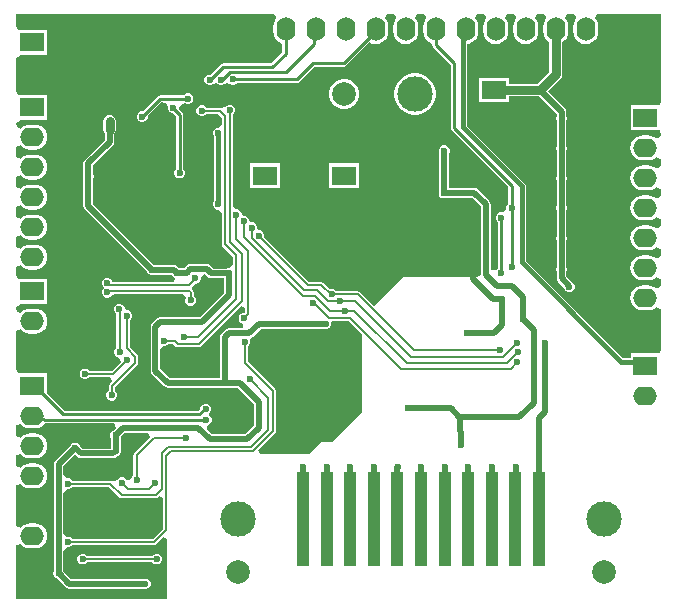
<source format=gbl>
G04*
G04 #@! TF.GenerationSoftware,Altium Limited,Altium Designer,21.0.9 (235)*
G04*
G04 Layer_Physical_Order=2*
G04 Layer_Color=16711680*
%FSTAX24Y24*%
%MOIN*%
G70*
G04*
G04 #@! TF.SameCoordinates,C81BF7DB-63EA-445F-9019-DF517AEC57AA*
G04*
G04*
G04 #@! TF.FilePolarity,Positive*
G04*
G01*
G75*
%ADD13C,0.0100*%
%ADD73C,0.0080*%
%ADD75C,0.0150*%
%ADD76C,0.0200*%
%ADD77C,0.0300*%
%ADD79R,0.0787X0.0630*%
%ADD80O,0.0787X0.0630*%
%ADD81R,0.0630X0.0787*%
%ADD82O,0.0630X0.0787*%
%ADD83C,0.1181*%
%ADD84C,0.0787*%
%ADD85C,0.0236*%
%ADD86R,0.0394X0.3150*%
G36*
X045976Y038356D02*
X045966Y03821D01*
X045826Y03821D01*
X044979D01*
Y03738D01*
X045826D01*
X045966Y03738D01*
X045976Y037235D01*
Y037169D01*
X045907Y037127D01*
X045826Y037107D01*
X04576Y037158D01*
X04566Y0372D01*
X045551Y037214D01*
X045394D01*
X045285Y0372D01*
X045184Y037158D01*
X045098Y037091D01*
X045031Y037005D01*
X044989Y036904D01*
X044975Y036795D01*
X044989Y036687D01*
X045031Y036586D01*
X045098Y036499D01*
X045184Y036433D01*
X045285Y036391D01*
X045394Y036377D01*
X045551D01*
X04566Y036391D01*
X04576Y036433D01*
X045826Y036483D01*
X045907Y036463D01*
X045976Y036421D01*
Y036169D01*
X045907Y036127D01*
X045826Y036107D01*
X04576Y036158D01*
X04566Y0362D01*
X045551Y036214D01*
X045394D01*
X045285Y0362D01*
X045184Y036158D01*
X045098Y036091D01*
X045031Y036005D01*
X044989Y035904D01*
X044975Y035795D01*
X044989Y035687D01*
X045031Y035586D01*
X045098Y035499D01*
X045184Y035433D01*
X045285Y035391D01*
X045394Y035377D01*
X045551D01*
X04566Y035391D01*
X04576Y035433D01*
X045826Y035483D01*
X045907Y035463D01*
X045976Y035421D01*
Y035169D01*
X045907Y035127D01*
X045826Y035107D01*
X04576Y035158D01*
X04566Y0352D01*
X045551Y035214D01*
X045394D01*
X045285Y0352D01*
X045184Y035158D01*
X045098Y035091D01*
X045031Y035005D01*
X044989Y034904D01*
X044975Y034795D01*
X044989Y034687D01*
X045031Y034586D01*
X045098Y034499D01*
X045184Y034433D01*
X045285Y034391D01*
X045394Y034377D01*
X045551D01*
X04566Y034391D01*
X04576Y034433D01*
X045826Y034483D01*
X045907Y034463D01*
X045976Y034421D01*
Y034169D01*
X045907Y034127D01*
X045826Y034107D01*
X04576Y034158D01*
X04566Y0342D01*
X045551Y034214D01*
X045394D01*
X045285Y0342D01*
X045184Y034158D01*
X045098Y034091D01*
X045031Y034005D01*
X044989Y033904D01*
X044975Y033795D01*
X044989Y033687D01*
X045031Y033586D01*
X045098Y033499D01*
X045184Y033433D01*
X045285Y033391D01*
X045394Y033377D01*
X045551D01*
X04566Y033391D01*
X04576Y033433D01*
X045826Y033483D01*
X045907Y033463D01*
X045976Y033421D01*
Y033169D01*
X045907Y033127D01*
X045826Y033107D01*
X04576Y033158D01*
X04566Y0332D01*
X045551Y033214D01*
X045394D01*
X045285Y0332D01*
X045184Y033158D01*
X045098Y033091D01*
X045031Y033005D01*
X044989Y032904D01*
X044975Y032795D01*
X044989Y032687D01*
X045031Y032586D01*
X045098Y032499D01*
X045184Y032433D01*
X045285Y032391D01*
X045394Y032377D01*
X045551D01*
X04566Y032391D01*
X04576Y032433D01*
X045826Y032483D01*
X045907Y032463D01*
X045976Y032421D01*
Y032169D01*
X045907Y032127D01*
X045826Y032107D01*
X04576Y032158D01*
X04566Y0322D01*
X045551Y032214D01*
X045394D01*
X045285Y0322D01*
X045184Y032158D01*
X045098Y032091D01*
X045031Y032005D01*
X044989Y031904D01*
X044975Y031795D01*
X044989Y031687D01*
X045031Y031586D01*
X045098Y031499D01*
X045184Y031433D01*
X045285Y031391D01*
X045394Y031377D01*
X045551D01*
X04566Y031391D01*
X04576Y031433D01*
X045826Y031483D01*
X045907Y031463D01*
X045976Y031421D01*
Y030088D01*
X045966Y029943D01*
X045826Y029943D01*
X044979D01*
Y029799D01*
X044729D01*
X041497Y033031D01*
Y035504D01*
X041497Y035504D01*
X041487Y035556D01*
X041457Y035601D01*
X039527Y037531D01*
Y040257D01*
X039589Y040265D01*
X03969Y040307D01*
X039776Y040373D01*
X039843Y04046D01*
X039885Y040561D01*
X039899Y040669D01*
Y040827D01*
X039885Y040935D01*
X039843Y041036D01*
X039792Y041102D01*
X039812Y041182D01*
X039854Y041252D01*
X040106D01*
X040148Y041182D01*
X040168Y041102D01*
X040118Y041036D01*
X040076Y040935D01*
X040062Y040827D01*
Y040669D01*
X040076Y040561D01*
X040118Y04046D01*
X040184Y040373D01*
X040271Y040307D01*
X040372Y040265D01*
X04048Y040251D01*
X040589Y040265D01*
X04069Y040307D01*
X040776Y040373D01*
X040843Y04046D01*
X040885Y040561D01*
X040899Y040669D01*
Y040827D01*
X040885Y040935D01*
X040843Y041036D01*
X040792Y041102D01*
X040812Y041182D01*
X040854Y041252D01*
X041106D01*
X041148Y041182D01*
X041168Y041102D01*
X041118Y041036D01*
X041076Y040935D01*
X041062Y040827D01*
Y040669D01*
X041076Y040561D01*
X041118Y04046D01*
X041184Y040373D01*
X041271Y040307D01*
X041372Y040265D01*
X04148Y040251D01*
X041589Y040265D01*
X04169Y040307D01*
X041776Y040373D01*
X041843Y04046D01*
X041885Y040561D01*
X041899Y040669D01*
Y040827D01*
X041885Y040935D01*
X041843Y041036D01*
X041792Y041102D01*
X041812Y041182D01*
X041854Y041252D01*
X042106D01*
X042148Y041182D01*
X042168Y041102D01*
X042118Y041036D01*
X042076Y040935D01*
X042062Y040827D01*
Y040669D01*
X042076Y040561D01*
X042118Y04046D01*
X042184Y040373D01*
X042266Y040311D01*
Y039333D01*
X041868Y038935D01*
X040927D01*
Y039135D01*
X039939D01*
Y038306D01*
X040927D01*
Y038506D01*
X04194D01*
X042514Y037932D01*
Y037867D01*
X042499Y037831D01*
Y03776D01*
X042514Y037724D01*
Y036843D01*
X042499Y036807D01*
Y036736D01*
X042514Y0367D01*
Y035859D01*
X042499Y035823D01*
Y035752D01*
X042514Y035716D01*
Y034875D01*
X042499Y034839D01*
Y034768D01*
X042514Y034732D01*
Y033851D01*
X042499Y033815D01*
Y033744D01*
X042514Y033708D01*
Y032827D01*
X042499Y032791D01*
Y03272D01*
X042514Y032684D01*
Y032436D01*
X042526Y032373D01*
X042562Y03232D01*
X042767Y032115D01*
X042789Y032062D01*
X042839Y032012D01*
X042905Y031985D01*
X042976D01*
X043041Y032012D01*
X043091Y032062D01*
X043118Y032127D01*
Y032198D01*
X043091Y032264D01*
X043041Y032314D01*
X043022Y032322D01*
X04284Y032503D01*
Y032684D01*
X042855Y03272D01*
Y032791D01*
X04284Y032827D01*
Y033708D01*
X042855Y033744D01*
Y033815D01*
X04284Y033851D01*
Y034732D01*
X042855Y034768D01*
Y034839D01*
X04284Y034875D01*
Y035716D01*
X042855Y035752D01*
Y035823D01*
X04284Y035859D01*
Y0367D01*
X042855Y036736D01*
Y036807D01*
X04284Y036843D01*
Y037724D01*
X042855Y03776D01*
Y037831D01*
X04284Y037867D01*
Y038D01*
X042828Y038062D01*
X042792Y038115D01*
X042223Y038684D01*
X042632Y039093D01*
X042678Y039162D01*
X042694Y039244D01*
Y040311D01*
X042776Y040373D01*
X042843Y04046D01*
X042885Y040561D01*
X042899Y040669D01*
Y040827D01*
X042885Y040935D01*
X042843Y041036D01*
X042792Y041102D01*
X042812Y041182D01*
X042854Y041252D01*
X043106D01*
X043148Y041182D01*
X043168Y041102D01*
X043118Y041036D01*
X043076Y040935D01*
X043062Y040827D01*
Y040669D01*
X043076Y040561D01*
X043118Y04046D01*
X043184Y040373D01*
X043271Y040307D01*
X043372Y040265D01*
X04348Y040251D01*
X043589Y040265D01*
X04369Y040307D01*
X043776Y040373D01*
X043843Y04046D01*
X043885Y040561D01*
X043899Y040669D01*
Y040827D01*
X043885Y040935D01*
X043843Y041036D01*
X043792Y041102D01*
X043812Y041182D01*
X043854Y041252D01*
X045976D01*
Y038356D01*
D02*
G37*
G36*
X038148Y041182D02*
X038168Y041102D01*
X038118Y041036D01*
X038076Y040935D01*
X038062Y040827D01*
Y040669D01*
X038076Y040561D01*
X038118Y04046D01*
X038184Y040373D01*
X038271Y040307D01*
X038368Y040267D01*
Y040223D01*
X038368Y040223D01*
X038377Y04018D01*
X038401Y040143D01*
X038987Y039557D01*
Y037454D01*
X038987Y037454D01*
X038996Y037411D01*
X03902Y037374D01*
X040907Y035487D01*
Y034923D01*
X040858Y034874D01*
X040831Y034809D01*
Y03475D01*
X04079Y034705D01*
X04071Y03464D01*
X040705Y034642D01*
X040634D01*
X040569Y034615D01*
X040518Y034564D01*
X040491Y034499D01*
Y034428D01*
X040518Y034363D01*
X040552Y034329D01*
Y032762D01*
X040484Y032706D01*
X040353Y032713D01*
X040337Y032722D01*
X040313Y032761D01*
Y034904D01*
X0403Y034966D01*
X040265Y035019D01*
X03988Y035403D01*
X039827Y035439D01*
X039765Y035451D01*
X038928D01*
Y03661D01*
X038948Y036658D01*
Y036729D01*
X03892Y036794D01*
X03887Y036845D01*
X038805Y036872D01*
X038734D01*
X038669Y036845D01*
X038618Y036794D01*
X038591Y036729D01*
Y036658D01*
X038601Y036634D01*
Y035367D01*
X038581Y035319D01*
Y035248D01*
X038608Y035183D01*
X038659Y035133D01*
X038724Y035105D01*
X038795D01*
X038842Y035125D01*
X039697D01*
X039986Y034836D01*
Y032564D01*
X03985Y03248D01*
X037402D01*
X036429Y031508D01*
X035962Y031976D01*
X035928Y031998D01*
X035889Y032006D01*
X035159D01*
X03511Y032055D01*
X035045Y032082D01*
X034974D01*
X034964Y032078D01*
X034741Y032301D01*
X034708Y032323D01*
X034669Y032331D01*
X034257D01*
X032758Y03383D01*
Y033899D01*
X03273Y033964D01*
X03268Y034015D01*
X032615Y034042D01*
X032538Y034092D01*
X032528Y034169D01*
X0325Y034234D01*
X03245Y034285D01*
X032385Y034312D01*
X032314D01*
X032268Y034379D01*
X03224Y034444D01*
X03219Y034495D01*
X032125Y034522D01*
X032052Y034526D01*
X032018Y034599D01*
X03199Y034664D01*
X03194Y034715D01*
X031875Y034742D01*
X031804D01*
X031713Y034866D01*
Y03789D01*
X03172Y037893D01*
X03177Y037943D01*
X031798Y038008D01*
Y038079D01*
X03177Y038144D01*
X03172Y038195D01*
X031655Y038222D01*
X031584D01*
X031519Y038195D01*
X031468Y038144D01*
X031318Y038108D01*
X031279Y038115D01*
X030838D01*
X03083Y038134D01*
X03078Y038185D01*
X030715Y038212D01*
X030644D01*
X030579Y038185D01*
X030528Y038134D01*
X030501Y038069D01*
Y037998D01*
X030528Y037933D01*
X030579Y037883D01*
X030644Y037855D01*
X030715D01*
X03078Y037883D01*
X030809Y037912D01*
X031237D01*
X031349Y0378D01*
Y03758D01*
X031268Y037451D01*
X031197D01*
X031132Y037424D01*
X031081Y037374D01*
X031054Y037308D01*
Y037238D01*
X031081Y037172D01*
X031093Y03716D01*
Y035029D01*
X031078Y035014D01*
X031051Y034949D01*
Y034878D01*
X031078Y034813D01*
X031129Y034763D01*
X031194Y034735D01*
X031265D01*
X031349Y034608D01*
Y033572D01*
X031356Y033533D01*
X031378Y0335D01*
X031717Y033161D01*
Y032902D01*
X031615Y032782D01*
X031544D01*
X031508Y032767D01*
X03107D01*
X030968Y032869D01*
X030915Y032904D01*
X030853Y032917D01*
X030299D01*
X030237Y032904D01*
X030184Y032869D01*
X030108Y032793D01*
X029911D01*
X029865Y032839D01*
X029812Y032874D01*
X02975Y032887D01*
X029101D01*
X029094Y03289D01*
X027063Y034921D01*
Y035792D01*
X027078Y035828D01*
Y035899D01*
X027063Y035935D01*
Y036206D01*
X027725Y036868D01*
X02776Y036921D01*
X027773Y036984D01*
Y03726D01*
X027807Y037312D01*
X027824Y037394D01*
Y037674D01*
X027807Y037755D01*
X027761Y037825D01*
X027691Y037871D01*
X027609Y037888D01*
X027528Y037871D01*
X027458Y037825D01*
X027412Y037755D01*
X027395Y037674D01*
Y037394D01*
X027412Y037312D01*
X027446Y03726D01*
Y037051D01*
X026784Y036389D01*
X026749Y036336D01*
X026736Y036274D01*
Y035935D01*
X026721Y035899D01*
Y035828D01*
X026736Y035792D01*
Y034854D01*
X026749Y034791D01*
X026784Y034738D01*
X028863Y032659D01*
X028878Y032623D01*
X028929Y032573D01*
X028994Y032545D01*
X029065D01*
X029101Y03256D01*
X029682D01*
X02971Y032532D01*
X029718Y032513D01*
X029769Y032463D01*
X02978Y032458D01*
X02975Y032308D01*
X027926D01*
X027924Y03231D01*
X027884Y032317D01*
X027704D01*
X02768Y032374D01*
X02763Y032425D01*
X027565Y032452D01*
X027494D01*
X027429Y032425D01*
X027378Y032374D01*
X027351Y032309D01*
Y032238D01*
X027378Y032173D01*
X027426Y032125D01*
X027378Y032078D01*
X027351Y032013D01*
Y031942D01*
X027378Y031876D01*
X027429Y031826D01*
X027494Y031799D01*
X027565D01*
X02763Y031826D01*
X02768Y031876D01*
X027781Y031932D01*
X02782Y031924D01*
X030066D01*
X030101Y031878D01*
X030146Y031774D01*
X030131Y031739D01*
Y031668D01*
X030158Y031603D01*
X030209Y031553D01*
X030274Y031525D01*
X030345D01*
X03041Y031553D01*
X03046Y031603D01*
X030488Y031668D01*
Y031739D01*
X03046Y031804D01*
X030411Y031853D01*
Y031979D01*
X030404Y032018D01*
X030346Y032114D01*
X03042Y032219D01*
X030466Y032265D01*
X030505D01*
X03057Y032293D01*
X03062Y032343D01*
X030648Y032408D01*
Y032479D01*
X030764Y03259D01*
X030785D01*
X030887Y032488D01*
X03094Y032453D01*
X031003Y03244D01*
X031416D01*
Y031941D01*
X030622Y031147D01*
X029289D01*
X029227Y031134D01*
X029174Y031099D01*
X029024Y030949D01*
X028989Y030896D01*
X028976Y030834D01*
Y029359D01*
X028989Y029296D01*
X029024Y029243D01*
X029429Y028838D01*
X029482Y028803D01*
X029545Y02879D01*
X030358D01*
X030394Y028775D01*
X030465D01*
X030501Y02879D01*
X031892D01*
X032426Y028256D01*
Y028005D01*
X032411Y027969D01*
Y027898D01*
X032426Y027862D01*
Y027531D01*
X032132Y027237D01*
X031017D01*
X030853Y0274D01*
X030862Y027461D01*
X030904Y027562D01*
X03094Y027577D01*
X03099Y027628D01*
X031018Y027693D01*
Y027764D01*
X03099Y027829D01*
X030942Y027887D01*
X030962Y027973D01*
X030989Y028038D01*
Y028109D01*
X030962Y028175D01*
X030912Y028225D01*
X030846Y028252D01*
X030775D01*
X03071Y028225D01*
X03066Y028175D01*
X030633Y028109D01*
Y028091D01*
X030559Y028018D01*
X026117D01*
X025533Y028602D01*
Y029273D01*
X024546D01*
X024496Y029403D01*
Y030685D01*
X024646Y030736D01*
X024665Y030712D01*
X024751Y030645D01*
X024852Y030604D01*
X024961Y030589D01*
X025118D01*
X025226Y030604D01*
X025327Y030645D01*
X025414Y030712D01*
X025481Y030799D01*
X025522Y0309D01*
X025537Y031008D01*
X025522Y031116D01*
X025481Y031217D01*
X025414Y031304D01*
X025327Y03137D01*
X025226Y031412D01*
X025118Y031426D01*
X024961D01*
X024852Y031412D01*
X024751Y03137D01*
X024665Y031304D01*
X024648Y031282D01*
X024515Y031327D01*
X024504Y03147D01*
X024646Y031593D01*
X025533D01*
Y032423D01*
X024646D01*
X024546Y032423D01*
X024496Y032552D01*
X024496Y032827D01*
X024646Y032878D01*
X024665Y032854D01*
X024751Y032787D01*
X024852Y032745D01*
X024961Y032731D01*
X025118D01*
X025226Y032745D01*
X025327Y032787D01*
X025414Y032854D01*
X025481Y03294D01*
X025522Y033041D01*
X025537Y03315D01*
X025522Y033258D01*
X025481Y033359D01*
X025414Y033446D01*
X025327Y033512D01*
X025226Y033554D01*
X025118Y033568D01*
X024961D01*
X024852Y033554D01*
X024751Y033512D01*
X024665Y033446D01*
X024646Y033421D01*
X024496Y033472D01*
Y033827D01*
X024646Y033878D01*
X024665Y033854D01*
X024751Y033787D01*
X024852Y033745D01*
X024961Y033731D01*
X025118D01*
X025226Y033745D01*
X025327Y033787D01*
X025414Y033854D01*
X025481Y03394D01*
X025522Y034041D01*
X025537Y03415D01*
X025522Y034258D01*
X025481Y034359D01*
X025414Y034446D01*
X025327Y034512D01*
X025226Y034554D01*
X025118Y034568D01*
X024961D01*
X024852Y034554D01*
X024751Y034512D01*
X024665Y034446D01*
X024646Y034421D01*
X024496Y034472D01*
Y034827D01*
X024646Y034878D01*
X024665Y034854D01*
X024751Y034787D01*
X024852Y034745D01*
X024961Y034731D01*
X025118D01*
X025226Y034745D01*
X025327Y034787D01*
X025414Y034854D01*
X025481Y03494D01*
X025522Y035041D01*
X025537Y03515D01*
X025522Y035258D01*
X025481Y035359D01*
X025414Y035446D01*
X025327Y035512D01*
X025226Y035554D01*
X025118Y035568D01*
X024961D01*
X024852Y035554D01*
X024751Y035512D01*
X024665Y035446D01*
X024646Y035421D01*
X024496Y035472D01*
Y035827D01*
X024646Y035878D01*
X024665Y035854D01*
X024751Y035787D01*
X024852Y035745D01*
X024961Y035731D01*
X025118D01*
X025226Y035745D01*
X025327Y035787D01*
X025414Y035854D01*
X025481Y03594D01*
X025522Y036041D01*
X025537Y03615D01*
X025522Y036258D01*
X025481Y036359D01*
X025414Y036446D01*
X025327Y036512D01*
X025226Y036554D01*
X025118Y036568D01*
X024961D01*
X024852Y036554D01*
X024751Y036512D01*
X024665Y036446D01*
X024646Y036421D01*
X024496Y036472D01*
Y036827D01*
X024646Y036878D01*
X024665Y036854D01*
X024751Y036787D01*
X024852Y036745D01*
X024961Y036731D01*
X025118D01*
X025226Y036745D01*
X025327Y036787D01*
X025414Y036854D01*
X025481Y03694D01*
X025522Y037041D01*
X025537Y03715D01*
X025522Y037258D01*
X025481Y037359D01*
X025414Y037446D01*
X025327Y037512D01*
X025226Y037554D01*
X025118Y037568D01*
X024961D01*
X024852Y037554D01*
X024751Y037512D01*
X024665Y037446D01*
X024648Y037423D01*
X024515Y037469D01*
X024504Y037612D01*
X024646Y037735D01*
X025533D01*
Y038565D01*
X024646D01*
X024546Y038565D01*
X024496Y038694D01*
Y039771D01*
X024646Y0399D01*
X025533D01*
Y04073D01*
X024646D01*
X024546Y04073D01*
X024496Y040859D01*
Y041252D01*
X033106D01*
X033148Y041182D01*
X033168Y041102D01*
X033118Y041036D01*
X033076Y040935D01*
X033062Y040827D01*
Y040669D01*
X033076Y040561D01*
X033118Y04046D01*
X033184Y040373D01*
X033271Y040307D01*
X033368Y040267D01*
Y039981D01*
X032993Y039606D01*
X031389D01*
X031389Y039606D01*
X031347Y039597D01*
X03131Y039573D01*
X030969Y039232D01*
X030914D01*
X030849Y039205D01*
X030798Y039154D01*
X030771Y039089D01*
Y039018D01*
X030798Y038953D01*
X030849Y038903D01*
X030914Y038875D01*
X030985D01*
X03105Y038903D01*
X031144Y038936D01*
X031238Y038902D01*
X031303Y038875D01*
X031374D01*
X031439Y038902D01*
X031446Y038909D01*
X031524Y038944D01*
X031631Y03892D01*
X031697Y038893D01*
X031768D01*
X031833Y03892D01*
X031872Y038959D01*
X033847D01*
X033847Y038959D01*
X03389Y038967D01*
X033926Y038991D01*
X034436Y039501D01*
X035425D01*
X035425Y039501D01*
X035467Y03951D01*
X035504Y039534D01*
X036275Y040305D01*
X036372Y040265D01*
X03648Y040251D01*
X036589Y040265D01*
X03669Y040307D01*
X036776Y040373D01*
X036843Y04046D01*
X036885Y040561D01*
X036899Y040669D01*
Y040827D01*
X036885Y040935D01*
X036843Y041036D01*
X036792Y041102D01*
X036812Y041182D01*
X036854Y041252D01*
X037106D01*
X037148Y041182D01*
X037168Y041102D01*
X037118Y041036D01*
X037076Y040935D01*
X037062Y040827D01*
Y040669D01*
X037076Y040561D01*
X037118Y04046D01*
X037184Y040373D01*
X037271Y040307D01*
X037372Y040265D01*
X03748Y040251D01*
X037589Y040265D01*
X03769Y040307D01*
X037776Y040373D01*
X037843Y04046D01*
X037885Y040561D01*
X037899Y040669D01*
Y040827D01*
X037885Y040935D01*
X037843Y041036D01*
X037792Y041102D01*
X037812Y041182D01*
X037854Y041252D01*
X038106D01*
X038148Y041182D01*
D02*
G37*
G36*
X036024Y030577D02*
Y027953D01*
X035039Y026969D01*
X034646D01*
X034252Y026575D01*
X032637D01*
X032575Y026725D01*
X033122Y027272D01*
X033144Y027305D01*
X033151Y027344D01*
Y028694D01*
X033144Y028733D01*
X033122Y028766D01*
X032211Y029676D01*
Y030164D01*
X03226Y030213D01*
X032288Y030278D01*
Y030349D01*
X032332Y030462D01*
X032378Y030493D01*
X032385Y030498D01*
X032647Y03076D01*
X034738D01*
X034774Y030745D01*
X034845D01*
X03491Y030773D01*
X03496Y030823D01*
X034988Y030888D01*
Y030959D01*
X035029Y031022D01*
X035579D01*
X036024Y030577D01*
D02*
G37*
G36*
X032137Y031445D02*
Y031296D01*
X032123Y031282D01*
X032054D01*
X031989Y031255D01*
X031938Y031204D01*
X031911Y031139D01*
Y031068D01*
X031938Y031003D01*
X031989Y030953D01*
X032054Y030925D01*
X032051Y030777D01*
X031589D01*
X031527Y030764D01*
X031474Y030729D01*
X031334Y030589D01*
X031299Y030536D01*
X031286Y030474D01*
Y029117D01*
X030501D01*
X030465Y029132D01*
X030394D01*
X030358Y029117D01*
X029612D01*
X029303Y029426D01*
Y030051D01*
X029394Y030175D01*
X029465D01*
X02953Y030203D01*
X029579Y030252D01*
X029739D01*
X029807Y030183D01*
X02984Y030161D01*
X029879Y030153D01*
X030591D01*
X03063Y030161D01*
X030663Y030183D01*
X031987Y031507D01*
X032137Y031445D01*
D02*
G37*
G36*
X027831Y027466D02*
X027721Y027355D01*
X027719Y027355D01*
X027668Y027304D01*
X027641Y027239D01*
Y027168D01*
X027656Y027132D01*
Y026767D01*
X026728D01*
X026628Y026867D01*
X02662Y026886D01*
X02657Y026936D01*
X026505Y026963D01*
X026434D01*
X026368Y026936D01*
X026318Y026886D01*
X026313Y026874D01*
X025794Y026355D01*
X025759Y026302D01*
X025746Y026239D01*
Y022685D01*
X025731Y022649D01*
Y022578D01*
X025758Y022513D01*
X025809Y022463D01*
X025845Y022448D01*
X026154Y022138D01*
X026207Y022103D01*
X026269Y02209D01*
X028728D01*
X028764Y022075D01*
X028835D01*
X0289Y022103D01*
X02895Y022153D01*
X028978Y022218D01*
Y022289D01*
X02895Y022354D01*
X0289Y022405D01*
X028835Y022432D01*
X028764D01*
X028728Y022417D01*
X026337D01*
X026075Y022678D01*
X026073Y022685D01*
Y023359D01*
X026184Y023475D01*
X026255D01*
X02632Y023503D01*
X026369Y023552D01*
X029089D01*
X029128Y023559D01*
X029162Y023581D01*
X029389Y023809D01*
X029528Y023751D01*
Y02174D01*
X024496D01*
Y023536D01*
X024646Y023586D01*
X024665Y023562D01*
X024751Y023496D01*
X024852Y023454D01*
X024961Y02344D01*
X025118D01*
X025226Y023454D01*
X025327Y023496D01*
X025414Y023562D01*
X025481Y023649D01*
X025522Y02375D01*
X025537Y023858D01*
X025522Y023967D01*
X025481Y024068D01*
X025414Y024154D01*
X025327Y024221D01*
X025226Y024263D01*
X025118Y024277D01*
X024961D01*
X024852Y024263D01*
X024751Y024221D01*
X024665Y024154D01*
X024646Y02413D01*
X024496Y024181D01*
Y025536D01*
X024646Y025587D01*
X024665Y025562D01*
X024751Y025496D01*
X024852Y025454D01*
X024961Y02544D01*
X025118D01*
X025226Y025454D01*
X025327Y025496D01*
X025414Y025562D01*
X025481Y025649D01*
X025522Y02575D01*
X025537Y025858D01*
X025522Y025967D01*
X025481Y026068D01*
X025414Y026154D01*
X025327Y026221D01*
X025226Y026263D01*
X025118Y026277D01*
X024961D01*
X024852Y026263D01*
X024751Y026221D01*
X024665Y026154D01*
X024646Y02613D01*
X024496Y026181D01*
Y026536D01*
X024646Y026586D01*
X024665Y026562D01*
X024751Y026496D01*
X024852Y026454D01*
X024961Y02644D01*
X025118D01*
X025226Y026454D01*
X025327Y026496D01*
X025414Y026562D01*
X025481Y026649D01*
X025522Y02675D01*
X025537Y026858D01*
X025522Y026967D01*
X025481Y027068D01*
X025414Y027154D01*
X025327Y027221D01*
X025226Y027263D01*
X025118Y027277D01*
X024961D01*
X024852Y027263D01*
X024751Y027221D01*
X024665Y027154D01*
X024646Y02713D01*
X024496Y027181D01*
Y027536D01*
X024646Y027587D01*
X024665Y027562D01*
X024751Y027496D01*
X024852Y027454D01*
X024961Y02744D01*
X025118D01*
X025226Y027454D01*
X025327Y027496D01*
X025414Y027562D01*
X025455Y027616D01*
X027769D01*
X027831Y027466D01*
D02*
G37*
G36*
X028955Y02714D02*
X028437Y026623D01*
X028415Y02659D01*
X028407Y026551D01*
Y025873D01*
X028358Y025824D01*
X02834Y025779D01*
X028248Y025731D01*
X028181Y025708D01*
X028168Y025716D01*
X02816Y025734D01*
X02811Y025785D01*
X028045Y025812D01*
X027974D01*
X027909Y025785D01*
X027858Y025734D01*
X027857Y025732D01*
X027778Y025696D01*
X027704Y025681D01*
X027687Y025682D01*
X027678Y025688D01*
X027639Y025696D01*
X026369D01*
X02632Y025745D01*
X026255Y025772D01*
X026184D01*
X026073Y025888D01*
Y026172D01*
X026467Y026566D01*
X026545Y026488D01*
X026598Y026453D01*
X026661Y02644D01*
X02773D01*
X027792Y026453D01*
X027845Y026488D01*
X027867Y026511D01*
X02792Y026533D01*
X02797Y026583D01*
X027998Y026648D01*
Y026719D01*
X027983Y026755D01*
Y027132D01*
X027998Y027168D01*
Y027171D01*
X028117Y02729D01*
X028893D01*
X028955Y02714D01*
D02*
G37*
G36*
X027937Y025151D02*
X02797Y025129D01*
X028009Y025122D01*
X029149D01*
X029188Y025129D01*
X029222Y025151D01*
X029249Y025179D01*
X029387Y025121D01*
Y024096D01*
X029047Y023756D01*
X026369D01*
X02632Y023805D01*
X026255Y023832D01*
X026184D01*
X026073Y023948D01*
Y025299D01*
X026184Y025415D01*
X026255D01*
X02632Y025443D01*
X026369Y025492D01*
X027597D01*
X027937Y025151D01*
D02*
G37*
%LPC*%
G36*
X030265Y038602D02*
X030194D01*
X030129Y038575D01*
X03009Y038536D01*
X029299D01*
X029299Y038536D01*
X029256Y038527D01*
X029219Y038503D01*
X029219Y038503D01*
X028722Y038006D01*
X028667D01*
X028602Y037979D01*
X028552Y037929D01*
X028525Y037863D01*
Y037792D01*
X028552Y037727D01*
X028602Y037677D01*
X028667Y03765D01*
X028738D01*
X028804Y037677D01*
X028854Y037727D01*
X028881Y037792D01*
Y037847D01*
X029341Y038307D01*
X029487Y038293D01*
X02956Y038161D01*
X029559Y038159D01*
Y038088D01*
X029586Y038023D01*
X029636Y037973D01*
X029701Y037946D01*
X029737D01*
X029831Y037852D01*
Y036088D01*
X029792Y036049D01*
X029765Y035983D01*
Y035912D01*
X029792Y035847D01*
X029842Y035797D01*
X029907Y03577D01*
X029978D01*
X030044Y035797D01*
X030094Y035847D01*
X030121Y035912D01*
Y035983D01*
X030094Y036049D01*
X030055Y036088D01*
Y037898D01*
X030046Y037941D01*
X030022Y037977D01*
X030022Y037977D01*
X029914Y038086D01*
X029915Y038088D01*
Y038159D01*
X030013Y038258D01*
X030129Y038273D01*
X030194Y038245D01*
X030265D01*
X03033Y038273D01*
X03038Y038323D01*
X030408Y038388D01*
Y038459D01*
X03038Y038524D01*
X03033Y038575D01*
X030265Y038602D01*
D02*
G37*
G36*
X035498Y039076D02*
X035368D01*
X035243Y039043D01*
X03513Y038978D01*
X035038Y038886D01*
X034973Y038773D01*
X034939Y038648D01*
Y038518D01*
X034973Y038392D01*
X035038Y03828D01*
X03513Y038188D01*
X035243Y038123D01*
X035368Y038089D01*
X035498D01*
X035624Y038123D01*
X035736Y038188D01*
X035828Y03828D01*
X035893Y038392D01*
X035927Y038518D01*
Y038648D01*
X035893Y038773D01*
X035828Y038886D01*
X035736Y038978D01*
X035624Y039043D01*
X035498Y039076D01*
D02*
G37*
G36*
X037863Y039273D02*
X037727D01*
X037594Y039247D01*
X037468Y039195D01*
X037355Y039119D01*
X037259Y039023D01*
X037183Y03891D01*
X037131Y038784D01*
X037105Y038651D01*
Y038515D01*
X037131Y038381D01*
X037183Y038256D01*
X037259Y038142D01*
X037355Y038046D01*
X037468Y037971D01*
X037594Y037919D01*
X037727Y037892D01*
X037863D01*
X037997Y037919D01*
X038122Y037971D01*
X038235Y038046D01*
X038332Y038142D01*
X038407Y038256D01*
X038459Y038381D01*
X038486Y038515D01*
Y038651D01*
X038459Y038784D01*
X038407Y03891D01*
X038332Y039023D01*
X038235Y039119D01*
X038122Y039195D01*
X037997Y039247D01*
X037863Y039273D01*
D02*
G37*
G36*
X035927Y036281D02*
X034939D01*
Y035451D01*
X035927D01*
Y036281D01*
D02*
G37*
G36*
X033289D02*
X032302D01*
Y035451D01*
X033289D01*
Y036281D01*
D02*
G37*
G36*
X027975Y031592D02*
X027904D01*
X027839Y031565D01*
X027788Y031514D01*
X027761Y031449D01*
Y031378D01*
X027788Y031313D01*
X027839Y031263D01*
X027842Y031261D01*
Y030118D01*
X027798Y030074D01*
X027771Y030009D01*
Y029938D01*
X027798Y029873D01*
X027849Y029823D01*
X027914Y029795D01*
X027915Y029795D01*
X027977Y029645D01*
X027687Y029355D01*
X026939D01*
X02689Y029405D01*
X026825Y029432D01*
X026754D01*
X026689Y029405D01*
X026638Y029354D01*
X026611Y029289D01*
Y029218D01*
X026638Y029153D01*
X026689Y029103D01*
X026754Y029075D01*
X026825D01*
X02689Y029103D01*
X026939Y029152D01*
X027641D01*
X027703Y029002D01*
X027614Y028912D01*
X027592Y028879D01*
X027584Y02884D01*
Y02869D01*
X027535Y028641D01*
X027508Y028576D01*
Y028505D01*
X027535Y028439D01*
X027585Y028389D01*
X027651Y028362D01*
X027722D01*
X027787Y028389D01*
X027837Y028439D01*
X027864Y028505D01*
Y028576D01*
X027837Y028641D01*
X027788Y02869D01*
Y028798D01*
X028542Y029551D01*
X028564Y029585D01*
X028571Y029624D01*
Y029834D01*
X028564Y029873D01*
X028542Y029906D01*
X028291Y030156D01*
Y031044D01*
X02834Y031093D01*
X028368Y031158D01*
Y031229D01*
X02834Y031294D01*
X02829Y031345D01*
X028225Y031372D01*
X028152Y031376D01*
X028118Y031449D01*
X02809Y031514D01*
X02804Y031565D01*
X027975Y031592D01*
D02*
G37*
G36*
X029215Y023262D02*
X029144D01*
X029079Y023235D01*
X02903Y023186D01*
X026859D01*
X02681Y023235D01*
X026745Y023262D01*
X026674D01*
X026609Y023235D01*
X026558Y023184D01*
X026531Y023119D01*
Y023048D01*
X026558Y022983D01*
X026609Y022933D01*
X026674Y022905D01*
X026745D01*
X02681Y022933D01*
X026859Y022982D01*
X02903D01*
X029079Y022933D01*
X029144Y022905D01*
X029215D01*
X02928Y022933D01*
X02933Y022983D01*
X029358Y023048D01*
Y023119D01*
X02933Y023184D01*
X02928Y023235D01*
X029215Y023262D01*
D02*
G37*
%LPD*%
D13*
X025118Y028858D02*
X026071Y027905D01*
X030606D02*
X030759Y028059D01*
X026071Y027905D02*
X030606D01*
X030759Y028059D02*
Y028074D01*
X028703Y037828D02*
X029299Y038424D01*
X030229D01*
X040659Y032604D02*
X040664Y032609D01*
X040659Y034454D02*
X040664Y034449D01*
Y032609D02*
Y034449D01*
X041019Y032834D02*
Y034764D01*
Y034784D02*
Y035534D01*
X041009Y034774D02*
X041019Y034784D01*
X039099Y037454D02*
X041019Y035534D01*
X03848Y040223D02*
X039099Y039604D01*
Y037454D02*
Y039604D01*
X03848Y040223D02*
Y040748D01*
X025442Y027728D02*
X030839D01*
X025141Y027757D02*
X025413D01*
X025442Y027728D01*
X025039Y027858D02*
X025141Y027757D01*
X025039Y028858D02*
X025118D01*
X033039Y039494D02*
X03348Y039934D01*
X031389Y039494D02*
X033039D01*
X030949Y039054D02*
X031389Y039494D01*
X029943Y035948D02*
Y037898D01*
X029737Y038104D02*
X029943Y037898D01*
X029737Y038104D02*
Y038124D01*
X033847Y039071D02*
X034389Y039614D01*
X031732Y039071D02*
X033847D01*
X034389Y039614D02*
X035425D01*
X034439Y040707D02*
X03448Y040748D01*
X034439Y040263D02*
Y040707D01*
X031626Y039304D02*
X033479D01*
X034439Y040263D01*
X03348Y039934D02*
Y040748D01*
X031339Y039053D02*
X031375D01*
X031626Y039304D01*
X03648Y040669D02*
Y040748D01*
X035425Y039614D02*
X03648Y040669D01*
D73*
X026709Y023084D02*
X029179D01*
X027729Y029254D02*
X028199Y029724D01*
X026789Y029254D02*
X027729D01*
X029082Y027124D02*
X030149D01*
X027529Y032274D02*
X027572D01*
X02763Y032215D01*
X027572Y031977D02*
X02763Y032035D01*
X02782Y032026D02*
X030263D01*
X02781Y032035D02*
X02782Y032026D01*
X02763Y032035D02*
X02781D01*
X027529Y031977D02*
X027572D01*
X02763Y032215D02*
X027884D01*
X027894Y032206D02*
X030263D01*
X027884Y032215D02*
X027894Y032206D01*
X031451Y033572D02*
Y037842D01*
X031279Y038014D02*
X031451Y037842D01*
Y033572D02*
X031819Y033204D01*
X035621Y031124D02*
X037311Y029434D01*
X040982D01*
X034918Y031124D02*
X035621D01*
X030591Y030255D02*
X032029Y031694D01*
Y033244D01*
X029879Y030255D02*
X030591D01*
X031819Y031754D02*
Y033204D01*
X030099Y030484D02*
X030549D01*
X031819Y031754D01*
X032089Y031104D02*
X032239Y031254D01*
X031839Y033744D02*
X032239Y033344D01*
Y031254D02*
Y033344D01*
X030679Y038034D02*
X030699Y038014D01*
X031279D01*
X031611Y033662D02*
X032029Y033244D01*
X029429Y030354D02*
X029781D01*
X029879Y030255D01*
X031611Y033662D02*
Y038035D01*
X031619Y038044D01*
X031839Y033744D02*
Y034564D01*
X034062Y031842D02*
X034471D01*
X032089Y033814D02*
Y034344D01*
Y033814D02*
X034062Y031842D01*
X032349Y033785D02*
Y034134D01*
X03409Y032045D02*
X034518D01*
X03258Y033864D02*
X034215Y032229D01*
X032579Y033864D02*
X03258D01*
X032349Y033785D02*
X03409Y032045D01*
X034215Y032229D02*
X034669D01*
X040659Y034454D02*
X040669Y034464D01*
X041019Y032834D02*
X041029Y032824D01*
X041009Y034774D02*
X041019Y034764D01*
X033049Y027344D02*
Y028694D01*
X032399Y026694D02*
X033049Y027344D01*
X029669Y026694D02*
X032399D01*
X029489Y026514D02*
X029669Y026694D01*
X029489Y024054D02*
Y026514D01*
X032899Y027399D02*
Y028464D01*
X032334Y026834D02*
X032899Y027399D01*
X029559Y026834D02*
X032334D01*
X029349Y026624D02*
X029559Y026834D01*
X029349Y025424D02*
Y026624D01*
X028509Y026551D02*
X029082Y027124D01*
X027686Y02854D02*
Y02884D01*
X028469Y029624D01*
Y029834D01*
X029089Y023654D02*
X029489Y024054D01*
X028916Y025424D02*
X029109Y025617D01*
X028219Y025424D02*
X028916D01*
X029109Y025617D02*
Y025624D01*
X029149Y025224D02*
X029349Y025424D01*
X032109Y029634D02*
Y030314D01*
Y029634D02*
X033049Y028694D01*
X026219Y023654D02*
X029089D01*
X032279Y029084D02*
X032899Y028464D01*
X028009Y025224D02*
X029149D01*
X027639Y025594D02*
X028009Y025224D01*
X026219Y025594D02*
X027639D01*
X028509Y025724D02*
Y026551D01*
X030469Y032413D02*
Y032444D01*
X030263Y032206D02*
X030469Y032413D01*
X030309Y031704D02*
Y031979D01*
X030263Y032026D02*
X030309Y031979D01*
X034669Y032229D02*
X034994Y031904D01*
X034518Y032045D02*
X034889Y031674D01*
X034471Y031842D02*
X034949Y031364D01*
X035449D01*
X034889Y031674D02*
X035289D01*
X034428Y031614D02*
X034918Y031124D01*
X034389Y031614D02*
X034428D01*
X034994Y031904D02*
X035889D01*
X035749Y031364D02*
X037509Y029604D01*
X035449Y031364D02*
X035749D01*
X037509Y029604D02*
X040843D01*
X035289Y031674D02*
X035789D01*
X037649Y029814D01*
X040982Y029434D02*
X041203Y029654D01*
X037649Y029814D02*
X040729D01*
X035889Y031904D02*
X037744Y030049D01*
X040629D01*
X040729Y029814D02*
X041193Y030278D01*
X040843Y029604D02*
X041213Y029973D01*
X028009Y025634D02*
X028219Y025424D01*
X027944Y029979D02*
Y031409D01*
Y029979D02*
X027949Y029974D01*
X027939Y031414D02*
X027944Y031409D01*
X028189Y030114D02*
Y031194D01*
Y030114D02*
X028469Y029834D01*
D75*
X031231Y034915D02*
Y037271D01*
X031229Y034914D02*
X031231Y034915D01*
Y037271D02*
X031232Y037273D01*
X044672Y029661D02*
X045339D01*
X041359Y032974D02*
X044672Y029661D01*
X041359Y032974D02*
Y035504D01*
X045339Y029661D02*
X045472Y029528D01*
X039389Y037474D02*
Y040657D01*
Y037474D02*
X041359Y035504D01*
X039389Y040657D02*
X03948Y040748D01*
D76*
X026471Y026793D02*
X026661Y026604D01*
X02773D02*
X02781Y026684D01*
X026661Y026604D02*
X02773D01*
X026467Y026793D02*
X026471D01*
X02781Y026684D02*
X027819D01*
Y027204D01*
X026441Y026767D02*
X026467Y026793D01*
X025909Y022614D02*
Y026239D01*
X026437Y026767D01*
X026441D01*
X031458Y028954D02*
X031959D01*
X030429D02*
X031458D01*
X031449Y028962D02*
X031458Y028954D01*
X031449Y028962D02*
Y030474D01*
X029139Y029359D02*
Y030834D01*
Y029359D02*
X029545Y028954D01*
X030429D01*
X031959D02*
X032589Y028324D01*
X027819Y027204D02*
Y027224D01*
X027609Y036984D02*
Y037394D01*
X026899Y036274D02*
X027609Y036984D01*
X038764Y035288D02*
X038764Y035289D01*
X038759Y035284D02*
X038764Y035288D01*
X032589Y027934D02*
Y028324D01*
Y027464D02*
Y027934D01*
X02986Y032614D02*
X029869D01*
X029029Y032724D02*
X02975D01*
X02986Y032614D01*
X026899Y034854D02*
X029029Y032724D01*
X026899Y034854D02*
Y035864D01*
X039765Y035288D02*
X040149Y034904D01*
X038764Y035288D02*
X039765D01*
X040149Y032564D02*
Y034904D01*
X038764Y035289D02*
Y036689D01*
X038769Y036694D01*
X032199Y027074D02*
X032589Y027464D01*
X030949Y027074D02*
X032199D01*
X026899Y035864D02*
Y036274D01*
X029139Y030834D02*
X029289Y030984D01*
X030689D01*
X031579Y031874D01*
Y032604D01*
X040149Y032564D02*
X040539Y032174D01*
X041039D01*
X041399Y031074D02*
Y031814D01*
X041039Y032174D02*
X041399Y031814D01*
X039729Y032424D02*
Y032744D01*
X040389Y031764D02*
X040689D01*
X039729Y032424D02*
X040389Y031764D01*
X031449Y030474D02*
X031589Y030614D01*
X032269D01*
X032579Y030924D01*
X034809D01*
X031003Y032604D02*
X031579D01*
X030853Y032754D02*
X031003Y032604D01*
X030299Y032754D02*
X030853D01*
X030176Y03263D02*
X030299Y032754D01*
X029869Y032614D02*
X029886Y03263D01*
X030176D01*
X042677Y032436D02*
X04294Y032173D01*
Y032163D02*
Y032173D01*
X042677Y032436D02*
Y032756D01*
Y03378D01*
Y034803D01*
X030569Y027454D02*
X030949Y027074D01*
X028049Y027454D02*
X030569D01*
X027819Y027224D02*
X028049Y027454D01*
X026269Y022254D02*
X028799D01*
X025909Y022614D02*
X026269Y022254D01*
X040689Y030894D02*
Y031764D01*
X042677Y037795D02*
Y038D01*
Y036772D02*
Y037795D01*
X041919Y024419D02*
Y027783D01*
Y024419D02*
X041929Y024409D01*
X041919Y027783D02*
X042129Y027993D01*
X039293Y027365D02*
Y027793D01*
X039331Y02689D02*
Y027328D01*
X039293Y027365D02*
X039331Y027328D01*
X039537Y030619D02*
X040415D01*
X040689Y030894D01*
X041743Y028297D02*
Y03073D01*
X041399Y031074D02*
X041743Y03073D01*
X039272Y027815D02*
X041261D01*
X041743Y028297D01*
X042129Y027993D02*
Y030274D01*
X041144Y024412D02*
Y026151D01*
X040356Y024412D02*
Y026151D01*
X039569Y024412D02*
Y026151D01*
X038782Y024412D02*
Y026151D01*
X037994Y024412D02*
Y026151D01*
X037207Y024412D02*
Y026151D01*
X036419Y024412D02*
Y026151D01*
X035632Y024412D02*
Y026151D01*
X034845Y024412D02*
Y026151D01*
X034057Y024412D02*
Y026151D01*
X034059Y026154D01*
X034055Y024409D02*
X034057Y024412D01*
X041956Y03872D02*
Y03872D01*
Y03872D02*
X042677Y038D01*
Y035787D02*
Y036772D01*
Y034803D02*
Y035787D01*
X039272Y027815D02*
X039293Y027793D01*
X038983Y028103D02*
X039272Y027815D01*
X037573Y028103D02*
X038983D01*
D77*
X027609Y037394D02*
Y037674D01*
X041956Y03872D02*
X04248Y039244D01*
X040433Y03872D02*
X041956D01*
X04248Y039244D02*
Y040748D01*
D79*
X040433Y03872D02*
D03*
X025039Y032008D02*
D03*
Y028858D02*
D03*
X045472Y029528D02*
D03*
Y037795D02*
D03*
X035433Y035866D02*
D03*
X025039Y03815D02*
D03*
Y040315D02*
D03*
X032795Y035866D02*
D03*
D80*
X040433Y037736D02*
D03*
X025039Y030008D02*
D03*
Y031008D02*
D03*
Y023858D02*
D03*
Y024858D02*
D03*
Y025858D02*
D03*
Y026858D02*
D03*
Y027858D02*
D03*
X045472Y028528D02*
D03*
Y030795D02*
D03*
Y031795D02*
D03*
Y032795D02*
D03*
Y033795D02*
D03*
Y034795D02*
D03*
Y035795D02*
D03*
Y036795D02*
D03*
X035433Y03685D02*
D03*
X025039Y03715D02*
D03*
Y03615D02*
D03*
Y03515D02*
D03*
Y03415D02*
D03*
Y03315D02*
D03*
Y039315D02*
D03*
X032795Y03685D02*
D03*
D81*
X03248Y040748D02*
D03*
D82*
X03348D02*
D03*
X03448D02*
D03*
X03548D02*
D03*
X03648D02*
D03*
X03748D02*
D03*
X03848D02*
D03*
X03948D02*
D03*
X04048D02*
D03*
X04148D02*
D03*
X04248D02*
D03*
X04348D02*
D03*
D83*
X037795Y038583D02*
D03*
X044094Y024409D02*
D03*
X03189D02*
D03*
D84*
X035433Y038583D02*
D03*
X044094Y022638D02*
D03*
X03189D02*
D03*
D85*
X029179Y023084D02*
D03*
X027819Y027204D02*
D03*
X026789Y029254D02*
D03*
X030149Y027124D02*
D03*
X030439Y028134D02*
D03*
X030429Y028954D02*
D03*
X027529Y032274D02*
D03*
Y031977D02*
D03*
X030279Y040334D02*
D03*
X028909Y040664D02*
D03*
X028919Y041104D02*
D03*
X029279Y040344D02*
D03*
X041209Y039364D02*
D03*
X040649Y040034D02*
D03*
X039809Y039954D02*
D03*
X038839Y038744D02*
D03*
X038779Y039404D02*
D03*
X038259Y039794D02*
D03*
X027239Y029664D02*
D03*
X026309Y029714D02*
D03*
X027289Y027094D02*
D03*
X026929Y027124D02*
D03*
X028189Y021894D02*
D03*
X027049D02*
D03*
X029119Y024104D02*
D03*
X029129Y024964D02*
D03*
X044331Y03063D02*
D03*
X044016Y031063D02*
D03*
X044744Y030849D02*
D03*
X041654Y035945D02*
D03*
X040591Y035157D02*
D03*
X039213Y034764D02*
D03*
X038583D02*
D03*
X037953D02*
D03*
X036496Y03185D02*
D03*
X036969Y032323D02*
D03*
X037756Y032756D02*
D03*
X038819D02*
D03*
X029803Y035236D02*
D03*
X033386Y035276D02*
D03*
X034685D02*
D03*
X036535Y035512D02*
D03*
X037283Y03622D02*
D03*
X038268Y037362D02*
D03*
X03778Y037351D02*
D03*
X03437Y03685D02*
D03*
X033898D02*
D03*
X029134Y033819D02*
D03*
X028701Y03378D02*
D03*
X027165Y033543D02*
D03*
X026614Y033583D02*
D03*
X032047Y038031D02*
D03*
X032087Y038425D02*
D03*
X031459Y040344D02*
D03*
X031449Y041094D02*
D03*
X02811Y038543D02*
D03*
X027205Y038819D02*
D03*
X026535Y039055D02*
D03*
X030669Y036693D02*
D03*
Y037205D02*
D03*
X028425Y035276D02*
D03*
X028071Y035866D02*
D03*
Y036535D02*
D03*
X035118Y034567D02*
D03*
X03374Y034528D02*
D03*
X032717Y034449D02*
D03*
X035709Y033386D02*
D03*
X034961Y033425D02*
D03*
X034173D02*
D03*
X030787Y031654D02*
D03*
X030551Y029764D02*
D03*
X030157Y029921D02*
D03*
X035591Y030079D02*
D03*
X035709Y030591D02*
D03*
X035118Y030197D02*
D03*
X034646D02*
D03*
X03374Y030236D02*
D03*
X034134D02*
D03*
X035591Y028898D02*
D03*
X035039Y029055D02*
D03*
Y029488D02*
D03*
X035669Y02815D02*
D03*
X034843D02*
D03*
X034449D02*
D03*
X033622D02*
D03*
Y028543D02*
D03*
X034213Y029055D02*
D03*
Y029409D02*
D03*
X033819D02*
D03*
X032953Y029173D02*
D03*
Y029449D02*
D03*
X032205Y027638D02*
D03*
X031063Y027402D02*
D03*
X02563Y022087D02*
D03*
X025079Y022559D02*
D03*
Y022992D02*
D03*
X026299Y02315D02*
D03*
X026457Y022677D02*
D03*
X029213Y02189D02*
D03*
Y022205D02*
D03*
X026378Y024291D02*
D03*
Y024685D02*
D03*
Y025118D02*
D03*
X026654Y026181D02*
D03*
X026339D02*
D03*
X028289Y029084D02*
D03*
X025787Y027244D02*
D03*
X025512Y027362D02*
D03*
X026969Y030157D02*
D03*
X027559Y030748D02*
D03*
X02811Y032559D02*
D03*
X028307Y032874D02*
D03*
X027598D02*
D03*
X02689Y032244D02*
D03*
X026378Y032087D02*
D03*
X025827D02*
D03*
X02685Y031102D02*
D03*
X026339Y030945D02*
D03*
X025787Y030984D02*
D03*
X027441Y028307D02*
D03*
X027126D02*
D03*
X02878Y029803D02*
D03*
X031229Y034914D02*
D03*
X031232Y037273D02*
D03*
X038759Y035284D02*
D03*
X038769Y036694D02*
D03*
X033569Y033444D02*
D03*
X027609Y037674D02*
D03*
Y037394D02*
D03*
X026899Y035864D02*
D03*
X031619Y038044D02*
D03*
X030679Y038034D02*
D03*
X030229Y038424D02*
D03*
X039729Y032744D02*
D03*
X040659Y032604D02*
D03*
X040669Y034464D02*
D03*
X030121Y033225D02*
D03*
X041029Y032824D02*
D03*
X041009Y034774D02*
D03*
X032579Y033864D02*
D03*
X032349Y034134D02*
D03*
X032089Y034344D02*
D03*
X031839Y034564D02*
D03*
X031599Y032984D02*
D03*
X030839Y027728D02*
D03*
X030811Y028074D02*
D03*
X027686Y02854D02*
D03*
X029109Y025624D02*
D03*
X026219Y025594D02*
D03*
Y023654D02*
D03*
X025909Y022614D02*
D03*
X026469Y026785D02*
D03*
X030469Y032444D02*
D03*
X030309Y031704D02*
D03*
X034389Y031614D02*
D03*
X026902Y036745D02*
D03*
X029029Y032724D02*
D03*
X029869Y032614D02*
D03*
X031579Y032604D02*
D03*
X035449Y031364D02*
D03*
X035289Y031674D02*
D03*
X035009Y031904D02*
D03*
X040689Y031764D02*
D03*
X041203Y029654D02*
D03*
X040629Y030049D02*
D03*
X041193Y030278D02*
D03*
X041213Y029973D02*
D03*
X034809Y030924D02*
D03*
X032089Y031104D02*
D03*
X032109Y030314D02*
D03*
X028799Y022254D02*
D03*
X026709Y023084D02*
D03*
X028509Y025724D02*
D03*
X028009Y025634D02*
D03*
X027819Y026684D02*
D03*
X029429Y030354D02*
D03*
X030099Y030484D02*
D03*
X027949Y029974D02*
D03*
X028199Y029724D02*
D03*
X028189Y031194D02*
D03*
X027939Y031414D02*
D03*
X032279Y029084D02*
D03*
X032589Y027934D02*
D03*
X039331Y02689D02*
D03*
X041399Y031074D02*
D03*
X04294Y032163D02*
D03*
X042129Y030274D02*
D03*
X041146Y026154D02*
D03*
X040359D02*
D03*
X039571D02*
D03*
X038784D02*
D03*
X037996D02*
D03*
X037209D02*
D03*
X036422D02*
D03*
X035634D02*
D03*
X034847D02*
D03*
X034059D02*
D03*
X039537Y030619D02*
D03*
X037573Y028103D02*
D03*
X029943Y035948D02*
D03*
X042677Y037795D02*
D03*
Y036772D02*
D03*
Y035787D02*
D03*
Y034803D02*
D03*
Y03378D02*
D03*
Y032756D02*
D03*
X028703Y037828D02*
D03*
X029737Y038124D02*
D03*
X031732Y039071D02*
D03*
X031339Y039053D02*
D03*
X030949Y039054D02*
D03*
D86*
X041929Y024409D02*
D03*
X041142D02*
D03*
X040354D02*
D03*
X039567D02*
D03*
X03878D02*
D03*
X037992D02*
D03*
X037205D02*
D03*
X036417D02*
D03*
X03563D02*
D03*
X034843D02*
D03*
X034055D02*
D03*
M02*

</source>
